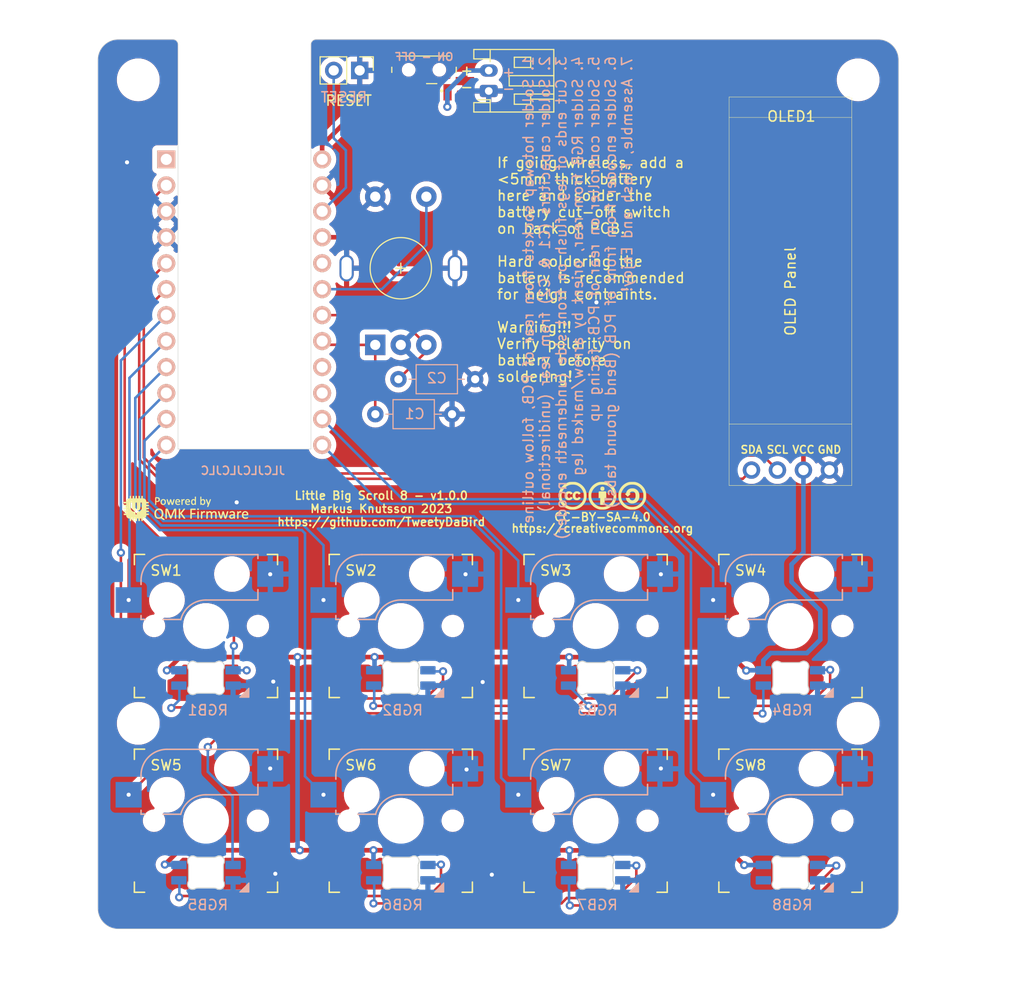
<source format=kicad_pcb>
(kicad_pcb (version 20221018) (generator pcbnew)
  (title_block (title "Little Big Scroll 8 - PCB") (date "2023-04-05") (rev "v1.0.0") (company "Tweety's Wild Thinking") (comment 1 "Markus Knutsson <markus.knutsson@tweety.se>") (comment 2 "https://github.com/TweetyDaBird") (comment 3 "Licensed under Creative Commons BY-SA 4.0 International "))
  (layers (0 "F.Cu" signal) (31 "B.Cu" signal) (34 "B.Paste" user) (35 "F.Paste" user) (36 "B.SilkS" user "B.Silkscreen") (37 "F.SilkS" user "F.Silkscreen") (38 "B.Mask" user) (39 "F.Mask" user) (44 "Edge.Cuts" user))
  (net 0 "")
  (net 1 "EncB")
  (net 2 "GND")
  (net 3 "VCC")
  (net 4 "EncA")
  (net 5 "RGB")
  (net 6 "Key1")
  (net 7 "Key2")
  (net 8 "Key3")
  (net 9 "Key4")
  (net 10 "Key5")
  (net 11 "Key6")
  (net 12 "EncKey")
  (net 17 "BAT+")
  (net 18 "Net-(RGB1-Pad2)")
  (net 19 "Net-(RGB2-Pad2)")
  (net 20 "Net-(RGB3-Pad2)")
  (net 21 "Net-(RGB5-Pad2)")
  (net 22 "Net-(RGB6-Pad2)")
  (net 24 "Net-(J1-Pad2)")
  (net 25 "Net-(RGB5-Pad4)")
  (net 26 "Net-(RGB7-Pad2)")
  (net 27 "SCL")
  (net 28 "SDA")
  (net 29 "Key7")
  (net 30 "Key8")
  (net 31 "BAT++")
  (footprint "Keyboard Controllers:ArduinoProMicro-BackSide" (layer "F.Cu") (at 94.96 71.48 -90)
    (fp_text reference "U1" hide)
    (fp_text value "ProMicro" hide)
  )
  (footprint "Keyboard Switches:SW_MX_HotSwap" (layer "F.Cu") (at 91.22 103.16)
    (fp_text reference "SW1")
    (fp_text value "SW_MX_HotSwap" hide)
  )
  (footprint "Keyboard Switches:SW_MX_HotSwap" (layer "F.Cu") (at 110.27 103.16)
    (fp_text reference "SW2")
    (fp_text value "SW_MX_HotSwap" hide)
  )
  (footprint "Keyboard Switches:SW_MX_HotSwap" (layer "F.Cu") (at 129.32 103.16)
    (fp_text reference "SW3")
    (fp_text value "SW_MX_HotSwap" hide)
  )
  (footprint "Keyboard Switches:SW_MX_HotSwap" (layer "F.Cu") (at 148.37 103.16)
    (fp_text reference "SW4")
    (fp_text value "SW_MX_HotSwap" hide)
  )
  (footprint "Keyboard Switches:SW_MX_HotSwap" (layer "F.Cu") (at 91.22 122.21)
    (fp_text reference "SW5")
    (fp_text value "SW_MX_HotSwap" hide)
  )
  (footprint "Keyboard Switches:SW_MX_HotSwap" (layer "F.Cu") (at 110.27 122.21)
    (fp_text reference "SW6")
    (fp_text value "SW_MX_HotSwap" hide)
  )
  (footprint "Keyboard Encoders:Encoder_Alps_EC11E_Small" (layer "F.Cu") (at 110.27 68.16 90)
    (fp_text reference "ENC1" hide)
    (fp_text value "Rotary_Encoder_Click" hide)
  )
  (footprint "Keyboard RGB:RGB_SK6812MINI-E" (layer "F.Cu") (at 91.22 103.16)
    (fp_text reference "RGB1")
    (fp_text value "SK6812MINI-E")
    (fp_line (start -1.699999 5.782841) (end -1.699999 4.377157) (stroke (width 0.1)) (layer "Edge.Cuts"))
    (fp_line (start -0.794452 3.58) (end 0.794453 3.58) (stroke (width 0.1)) (layer "Edge.Cuts"))
    (fp_line (start 0.794452 6.579999) (end -0.794452 6.579999) (stroke (width 0.1)) (layer "Edge.Cuts"))
    (fp_line (start 1.699999 4.377157) (end 1.699999 5.782841) (stroke (width 0.1)) (layer "Edge.Cuts"))
    (fp_arc (start -1.749484 4.160279) (mid -1.712527 4.265931) (end -1.699999 4.377157) (stroke (width 0.1)) (layer "Edge.Cuts"))
    (fp_arc (start -1.749484 4.160279) (mid -1.638071 3.575964) (end -1.046711 3.5117) (stroke (width 0.1)) (layer "Edge.Cuts"))
    (fp_arc (start -1.699999 5.782842) (mid -1.712527 5.894067) (end -1.749484 5.999719) (stroke (width 0.1)) (layer "Edge.Cuts"))
    (fp_arc (start -1.046711 6.648296) (mid -1.63807 6.584033) (end -1.749484 5.999719) (stroke (width 0.1)) (layer "Edge.Cuts"))
    (fp_arc (start -1.04671 6.648298) (mid -0.925122 6.597376) (end -0.794452 6.579999) (stroke (width 0.1)) (layer "Edge.Cuts"))
    (fp_arc (start -0.794453 3.579999) (mid -0.925123 3.562622) (end -1.046711 3.5117) (stroke (width 0.1)) (layer "Edge.Cuts"))
    (fp_arc (start 0.794452 6.579999) (mid 0.925123 6.597376) (end 1.046711 6.648298) (stroke (width 0.1)) (layer "Edge.Cuts"))
    (fp_arc (start 1.046711 3.511701) (mid 0.925123 3.562623) (end 0.794453 3.58) (stroke (width 0.1)) (layer "Edge.Cuts"))
    (fp_arc (start 1.046711 3.511701) (mid 1.638071 3.575964) (end 1.749484 4.160279) (stroke (width 0.1)) (layer "Edge.Cuts"))
    (fp_arc (start 1.699999 4.377156) (mid 1.712527 4.26593) (end 1.749484 4.160279) (stroke (width 0.1)) (layer "Edge.Cuts"))
    (fp_arc (start 1.749484 5.999718) (mid 1.638072 6.584034) (end 1.046711 6.648298) (stroke (width 0.1)) (layer "Edge.Cuts"))
    (fp_arc (start 1.749484 5.999719) (mid 1.712518 5.894069) (end 1.699999 5.782841) (stroke (width 0.1)) (layer "Edge.Cuts"))
  )
  (footprint "Keyboard RGB:RGB_SK6812MINI-E" (layer "F.Cu") (at 110.27 103.16)
    (fp_text reference "RGB2")
    (fp_text value "SK6812MINI-E")
    (fp_line (start -1.699999 5.782841) (end -1.699999 4.377157) (stroke (width 0.1)) (layer "Edge.Cuts"))
    (fp_line (start -0.794452 3.58) (end 0.794453 3.58) (stroke (width 0.1)) (layer "Edge.Cuts"))
    (fp_line (start 0.794452 6.579999) (end -0.794452 6.579999) (stroke (width 0.1)) (layer "Edge.Cuts"))
    (fp_line (start 1.699999 4.377157) (end 1.699999 5.782841) (stroke (width 0.1)) (layer "Edge.Cuts"))
    (fp_arc (start -1.749484 4.160279) (mid -1.712527 4.265931) (end -1.699999 4.377157) (stroke (width 0.1)) (layer "Edge.Cuts"))
    (fp_arc (start -1.749484 4.160279) (mid -1.638071 3.575964) (end -1.046711 3.5117) (stroke (width 0.1)) (layer "Edge.Cuts"))
    (fp_arc (start -1.699999 5.782842) (mid -1.712527 5.894067) (end -1.749484 5.999719) (stroke (width 0.1)) (layer "Edge.Cuts"))
    (fp_arc (start -1.046711 6.648296) (mid -1.63807 6.584033) (end -1.749484 5.999719) (stroke (width 0.1)) (layer "Edge.Cuts"))
    (fp_arc (start -1.04671 6.648298) (mid -0.925122 6.597376) (end -0.794452 6.579999) (stroke (width 0.1)) (layer "Edge.Cuts"))
    (fp_arc (start -0.794453 3.579999) (mid -0.925123 3.562622) (end -1.046711 3.5117) (stroke (width 0.1)) (layer "Edge.Cuts"))
    (fp_arc (start 0.794452 6.579999) (mid 0.925123 6.597376) (end 1.046711 6.648298) (stroke (width 0.1)) (layer "Edge.Cuts"))
    (fp_arc (start 1.046711 3.511701) (mid 0.925123 3.562623) (end 0.794453 3.58) (stroke (width 0.1)) (layer "Edge.Cuts"))
    (fp_arc (start 1.046711 3.511701) (mid 1.638071 3.575964) (end 1.749484 4.160279) (stroke (width 0.1)) (layer "Edge.Cuts"))
    (fp_arc (start 1.699999 4.377156) (mid 1.712527 4.26593) (end 1.749484 4.160279) (stroke (width 0.1)) (layer "Edge.Cuts"))
    (fp_arc (start 1.749484 5.999718) (mid 1.638072 6.584034) (end 1.046711 6.648298) (stroke (width 0.1)) (layer "Edge.Cuts"))
    (fp_arc (start 1.749484 5.999719) (mid 1.712518 5.894069) (end 1.699999 5.782841) (stroke (width 0.1)) (layer "Edge.Cuts"))
  )
  (footprint "Keyboard RGB:RGB_SK6812MINI-E" (layer "F.Cu") (at 129.32 103.16)
    (fp_text reference "RGB3")
    (fp_text value "SK6812MINI-E")
    (fp_line (start -1.699999 5.782841) (end -1.699999 4.377157) (stroke (width 0.1)) (layer "Edge.Cuts"))
    (fp_line (start -0.794452 3.58) (end 0.794453 3.58) (stroke (width 0.1)) (layer "Edge.Cuts"))
    (fp_line (start 0.794452 6.579999) (end -0.794452 6.579999) (stroke (width 0.1)) (layer "Edge.Cuts"))
    (fp_line (start 1.699999 4.377157) (end 1.699999 5.782841) (stroke (width 0.1)) (layer "Edge.Cuts"))
    (fp_arc (start -1.749484 4.160279) (mid -1.712527 4.265931) (end -1.699999 4.377157) (stroke (width 0.1)) (layer "Edge.Cuts"))
    (fp_arc (start -1.749484 4.160279) (mid -1.638071 3.575964) (end -1.046711 3.5117) (stroke (width 0.1)) (layer "Edge.Cuts"))
    (fp_arc (start -1.699999 5.782842) (mid -1.712527 5.894067) (end -1.749484 5.999719) (stroke (width 0.1)) (layer "Edge.Cuts"))
    (fp_arc (start -1.046711 6.648296) (mid -1.63807 6.584033) (end -1.749484 5.999719) (stroke (width 0.1)) (layer "Edge.Cuts"))
    (fp_arc (start -1.04671 6.648298) (mid -0.925122 6.597376) (end -0.794452 6.579999) (stroke (width 0.1)) (layer "Edge.Cuts"))
    (fp_arc (start -0.794453 3.579999) (mid -0.925123 3.562622) (end -1.046711 3.5117) (stroke (width 0.1)) (layer "Edge.Cuts"))
    (fp_arc (start 0.794452 6.579999) (mid 0.925123 6.597376) (end 1.046711 6.648298) (stroke (width 0.1)) (layer "Edge.Cuts"))
    (fp_arc (start 1.046711 3.511701) (mid 0.925123 3.562623) (end 0.794453 3.58) (stroke (width 0.1)) (layer "Edge.Cuts"))
    (fp_arc (start 1.046711 3.511701) (mid 1.638071 3.575964) (end 1.749484 4.160279) (stroke (width 0.1)) (layer "Edge.Cuts"))
    (fp_arc (start 1.699999 4.377156) (mid 1.712527 4.26593) (end 1.749484 4.160279) (stroke (width 0.1)) (layer "Edge.Cuts"))
    (fp_arc (start 1.749484 5.999718) (mid 1.638072 6.584034) (end 1.046711 6.648298) (stroke (width 0.1)) (layer "Edge.Cuts"))
    (fp_arc (start 1.749484 5.999719) (mid 1.712518 5.894069) (end 1.699999 5.782841) (stroke (width 0.1)) (layer "Edge.Cuts"))
  )
  (footprint "Keyboard RGB:RGB_SK6812MINI-E" (layer "F.Cu") (at 148.37 103.16)
    (fp_text reference "RGB4")
    (fp_text value "SK6812MINI-E")
    (fp_line (start -1.699999 5.782841) (end -1.699999 4.377157) (stroke (width 0.1)) (layer "Edge.Cuts"))
    (fp_line (start -0.794452 3.58) (end 0.794453 3.58) (stroke (width 0.1)) (layer "Edge.Cuts"))
    (fp_line (start 0.794452 6.579999) (end -0.794452 6.579999) (stroke (width 0.1)) (layer "Edge.Cuts"))
    (fp_line (start 1.699999 4.377157) (end 1.699999 5.782841) (stroke (width 0.1)) (layer "Edge.Cuts"))
    (fp_arc (start -1.749484 4.160279) (mid -1.712527 4.265931) (end -1.699999 4.377157) (stroke (width 0.1)) (layer "Edge.Cuts"))
    (fp_arc (start -1.749484 4.160279) (mid -1.638071 3.575964) (end -1.046711 3.5117) (stroke (width 0.1)) (layer "Edge.Cuts"))
    (fp_arc (start -1.699999 5.782842) (mid -1.712527 5.894067) (end -1.749484 5.999719) (stroke (width 0.1)) (layer "Edge.Cuts"))
    (fp_arc (start -1.046711 6.648296) (mid -1.63807 6.584033) (end -1.749484 5.999719) (stroke (width 0.1)) (layer "Edge.Cuts"))
    (fp_arc (start -1.04671 6.648298) (mid -0.925122 6.597376) (end -0.794452 6.579999) (stroke (width 0.1)) (layer "Edge.Cuts"))
    (fp_arc (start -0.794453 3.579999) (mid -0.925123 3.562622) (end -1.046711 3.5117) (stroke (width 0.1)) (layer "Edge.Cuts"))
    (fp_arc (start 0.794452 6.579999) (mid 0.925123 6.597376) (end 1.046711 6.648298) (stroke (width 0.1)) (layer "Edge.Cuts"))
    (fp_arc (start 1.046711 3.511701) (mid 0.925123 3.562623) (end 0.794453 3.58) (stroke (width 0.1)) (layer "Edge.Cuts"))
    (fp_arc (start 1.046711 3.511701) (mid 1.638071 3.575964) (end 1.749484 4.160279) (stroke (width 0.1)) (layer "Edge.Cuts"))
    (fp_arc (start 1.699999 4.377156) (mid 1.712527 4.26593) (end 1.749484 4.160279) (stroke (width 0.1)) (layer "Edge.Cuts"))
    (fp_arc (start 1.749484 5.999718) (mid 1.638072 6.584034) (end 1.046711 6.648298) (stroke (width 0.1)) (layer "Edge.Cuts"))
    (fp_arc (start 1.749484 5.999719) (mid 1.712518 5.894069) (end 1.699999 5.782841) (stroke (width 0.1)) (layer "Edge.Cuts"))
  )
  (footprint "Keyboard RGB:RGB_SK6812MINI-E" (layer "F.Cu") (at 91.22 122.21)
    (fp_text reference "RGB5")
    (fp_text value "SK6812MINI-E")
    (fp_line (start -1.699999 5.782841) (end -1.699999 4.377157) (stroke (width 0.1)) (layer "Edge.Cuts"))
    (fp_line (start -0.794452 3.58) (end 0.794453 3.58) (stroke (width 0.1)) (layer "Edge.Cuts"))
    (fp_line (start 0.794452 6.579999) (end -0.794452 6.579999) (stroke (width 0.1)) (layer "Edge.Cuts"))
    (fp_line (start 1.699999 4.377157) (end 1.699999 5.782841) (stroke (width 0.1)) (layer "Edge.Cuts"))
    (fp_arc (start -1.749484 4.160279) (mid -1.712527 4.265931) (end -1.699999 4.377157) (stroke (width 0.1)) (layer "Edge.Cuts"))
    (fp_arc (start -1.749484 4.160279) (mid -1.638071 3.575964) (end -1.046711 3.5117) (stroke (width 0.1)) (layer "Edge.Cuts"))
    (fp_arc (start -1.699999 5.782842) (mid -1.712527 5.894067) (end -1.749484 5.999719) (stroke (width 0.1)) (layer "Edge.Cuts"))
    (fp_arc (start -1.046711 6.648296) (mid -1.63807 6.584033) (end -1.749484 5.999719) (stroke (width 0.1)) (layer "Edge.Cuts"))
    (fp_arc (start -1.04671 6.648298) (mid -0.925122 6.597376) (end -0.794452 6.579999) (stroke (width 0.1)) (layer "Edge.Cuts"))
    (fp_arc (start -0.794453 3.579999) (mid -0.925123 3.562622) (end -1.046711 3.5117) (stroke (width 0.1)) (layer "Edge.Cuts"))
    (fp_arc (start 0.794452 6.579999) (mid 0.925123 6.597376) (end 1.046711 6.648298) (stroke (width 0.1)) (layer "Edge.Cuts"))
    (fp_arc (start 1.046711 3.511701) (mid 0.925123 3.562623) (end 0.794453 3.58) (stroke (width 0.1)) (layer "Edge.Cuts"))
    (fp_arc (start 1.046711 3.511701) (mid 1.638071 3.575964) (end 1.749484 4.160279) (stroke (width 0.1)) (layer "Edge.Cuts"))
    (fp_arc (start 1.699999 4.377156) (mid 1.712527 4.26593) (end 1.749484 4.160279) (stroke (width 0.1)) (layer "Edge.Cuts"))
    (fp_arc (start 1.749484 5.999718) (mid 1.638072 6.584034) (end 1.046711 6.648298) (stroke (width 0.1)) (layer "Edge.Cuts"))
    (fp_arc (start 1.749484 5.999719) (mid 1.712518 5.894069) (end 1.699999 5.782841) (stroke (width 0.1)) (layer "Edge.Cuts"))
  )
  (footprint "Keyboard RGB:RGB_SK6812MINI-E" (layer "F.Cu") (at 110.27 122.21)
    (fp_text reference "RGB6")
    (fp_text value "SK6812MINI-E")
    (fp_line (start -1.699999 5.782841) (end -1.699999 4.377157) (stroke (width 0.1)) (layer "Edge.Cuts"))
    (fp_line (start -0.794452 3.58) (end 0.794453 3.58) (stroke (width 0.1)) (layer "Edge.Cuts"))
    (fp_line (start 0.794452 6.579999) (end -0.794452 6.579999) (stroke (width 0.1)) (layer "Edge.Cuts"))
    (fp_line (start 1.699999 4.377157) (end 1.699999 5.782841) (stroke (width 0.1)) (layer "Edge.Cuts"))
    (fp_arc (start -1.749484 4.160279) (mid -1.712527 4.265931) (end -1.699999 4.377157) (stroke (width 0.1)) (layer "Edge.Cuts"))
    (fp_arc (start -1.749484 4.160279) (mid -1.638071 3.575964) (end -1.046711 3.5117) (stroke (width 0.1)) (layer "Edge.Cuts"))
    (fp_arc (start -1.699999 5.782842) (mid -1.712527 5.894067) (end -1.749484 5.999719) (stroke (width 0.1)) (layer "Edge.Cuts"))
    (fp_arc (start -1.046711 6.648296) (mid -1.63807 6.584033) (end -1.749484 5.999719) (stroke (width 0.1)) (layer "Edge.Cuts"))
    (fp_arc (start -1.04671 6.648298) (mid -0.925122 6.597376) (end -0.794452 6.579999) (stroke (width 0.1)) (layer "Edge.Cuts"))
    (fp_arc (start -0.794453 3.579999) (mid -0.925123 3.562622) (end -1.046711 3.5117) (stroke (width 0.1)) (layer "Edge.Cuts"))
    (fp_arc (start 0.794452 6.579999) (mid 0.925123 6.597376) (end 1.046711 6.648298) (stroke (width 0.1)) (layer "Edge.Cuts"))
    (fp_arc (start 1.046711 3.511701) (mid 0.925123 3.562623) (end 0.794453 3.58) (stroke (width 0.1)) (layer "Edge.Cuts"))
    (fp_arc (start 1.046711 3.511701) (mid 1.638071 3.575964) (end 1.749484 4.160279) (stroke (width 0.1)) (layer "Edge.Cuts"))
    (fp_arc (start 1.699999 4.377156) (mid 1.712527 4.26593) (end 1.749484 4.160279) (stroke (width 0.1)) (layer "Edge.Cuts"))
    (fp_arc (start 1.749484 5.999718) (mid 1.638072 6.584034) (end 1.046711 6.648298) (stroke (width 0.1)) (layer "Edge.Cuts"))
    (fp_arc (start 1.749484 5.999719) (mid 1.712518 5.894069) (end 1.699999 5.782841) (stroke (width 0.1)) (layer "Edge.Cuts"))
  )
  (footprint "Keyboard RGB:RGB_SK6812MINI-E" (layer "F.Cu") (at 148.37 122.21)
    (fp_text reference "RGB8")
    (fp_text value "SK6812MINI-E")
    (fp_line (start -1.699999 5.782841) (end -1.699999 4.377157) (stroke (width 0.1)) (layer "Edge.Cuts"))
    (fp_line (start -0.794452 3.58) (end 0.794453 3.58) (stroke (width 0.1)) (layer "Edge.Cuts"))
    (fp_line (start 0.794452 6.579999) (end -0.794452 6.579999) (stroke (width 0.1)) (layer "Edge.Cuts"))
    (fp_line (start 1.699999 4.377157) (end 1.699999 5.782841) (stroke (width 0.1)) (layer "Edge.Cuts"))
    (fp_arc (start -1.749484 4.160279) (mid -1.712527 4.265931) (end -1.699999 4.377157) (stroke (width 0.1)) (layer "Edge.Cuts"))
    (fp_arc (start -1.749484 4.160279) (mid -1.638071 3.575964) (end -1.046711 3.5117) (stroke (width 0.1)) (layer "Edge.Cuts"))
    (fp_arc (start -1.699999 5.782842) (mid -1.712527 5.894067) (end -1.749484 5.999719) (stroke (width 0.1)) (layer "Edge.Cuts"))
    (fp_arc (start -1.046711 6.648296) (mid -1.63807 6.584033) (end -1.749484 5.999719) (stroke (width 0.1)) (layer "Edge.Cuts"))
    (fp_arc (start -1.04671 6.648298) (mid -0.925122 6.597376) (end -0.794452 6.579999) (stroke (width 0.1)) (layer "Edge.Cuts"))
    (fp_arc (start -0.794453 3.579999) (mid -0.925123 3.562622) (end -1.046711 3.5117) (stroke (width 0.1)) (layer "Edge.Cuts"))
    (fp_arc (start 0.794452 6.579999) (mid 0.925123 6.597376) (end 1.046711 6.648298) (stroke (width 0.1)) (layer "Edge.Cuts"))
    (fp_arc (start 1.046711 3.511701) (mid 0.925123 3.562623) (end 0.794453 3.58) (stroke (width 0.1)) (layer "Edge.Cuts"))
    (fp_arc (start 1.046711 3.511701) (mid 1.638071 3.575964) (end 1.749484 4.160279) (stroke (width 0.1)) (layer "Edge.Cuts"))
    (fp_arc (start 1.699999 4.377156) (mid 1.712527 4.26593) (end 1.749484 4.160279) (stroke (width 0.1)) (layer "Edge.Cuts"))
    (fp_arc (start 1.749484 5.999718) (mid 1.638072 6.584034) (end 1.046711 6.648298) (stroke (width 0.1)) (layer "Edge.Cuts"))
    (fp_arc (start 1.749484 5.999719) (mid 1.712518 5.894069) (end 1.699999 5.782841) (stroke (width 0.1)) (layer "Edge.Cuts"))
  )
  (footprint "Keyboard RGB:RGB_SK6812MINI-E" (layer "F.Cu") (at 129.32 122.21)
    (fp_text reference "RGB7")
    (fp_text value "SK6812MINI-E")
    (fp_line (start -1.699999 5.782841) (end -1.699999 4.377157) (stroke (width 0.1)) (layer "Edge.Cuts"))
    (fp_line (start -0.794452 3.58) (end 0.794453 3.58) (stroke (width 0.1)) (layer "Edge.Cuts"))
    (fp_line (start 0.794452 6.579999) (end -0.794452 6.579999) (stroke (width 0.1)) (layer "Edge.Cuts"))
    (fp_line (start 1.699999 4.377157) (end 1.699999 5.782841) (stroke (width 0.1)) (layer "Edge.Cuts"))
    (fp_arc (start -1.749484 4.160279) (mid -1.712527 4.265931) (end -1.699999 4.377157) (stroke (width 0.1)) (layer "Edge.Cuts"))
    (fp_arc (start -1.749484 4.160279) (mid -1.638071 3.575964) (end -1.046711 3.5117) (stroke (width 0.1)) (layer "Edge.Cuts"))
    (fp_arc (start -1.699999 5.782842) (mid -1.712527 5.894067) (end -1.749484 5.999719) (stroke (width 0.1)) (layer "Edge.Cuts"))
    (fp_arc (start -1.046711 6.648296) (mid -1.63807 6.584033) (end -1.749484 5.999719) (stroke (width 0.1)) (layer "Edge.Cuts"))
    (fp_arc (start -1.04671 6.648298) (mid -0.925122 6.597376) (end -0.794452 6.579999) (stroke (width 0.1)) (layer "Edge.Cuts"))
    (fp_arc (start -0.794453 3.579999) (mid -0.925123 3.562622) (end -1.046711 3.5117) (stroke (width 0.1)) (layer "Edge.Cuts"))
    (fp_arc (start 0.794452 6.579999) (mid 0.925123 6.597376) (end 1.046711 6.648298) (stroke (width 0.1)) (layer "Edge.Cuts"))
    (fp_arc (start 1.046711 3.511701) (mid 0.925123 3.562623) (end 0.794453 3.58) (stroke (width 0.1)) (layer "Edge.Cuts"))
    (fp_arc (start 1.046711 3.511701) (mid 1.638071 3.575964) (end 1.749484 4.160279) (stroke (width 0.1)) (layer "Edge.Cuts"))
    (fp_arc (start 1.699999 4.377156) (mid 1.712527 4.26593) (end 1.749484 4.160279) (stroke (width 0.1)) (layer "Edge.Cuts"))
    (fp_arc (start 1.749484 5.999718) (mid 1.638072 6.584034) (end 1.046711 6.648298) (stroke (width 0.1)) (layer "Edge.Cuts"))
    (fp_arc (start 1.749484 5.999719) (mid 1.712518 5.894069) (end 1.699999 5.782841) (stroke (width 0.1)) (layer "Edge.Cuts"))
  )
  (footprint "Keyboard Common:Spacer PCB hole" (layer "F.Cu") (at 84.6 112.685)
    (fp_text reference "H1" hide)
    (fp_text value "Spacer_PCB" hide)
  )
  (footprint "Keyboard Common:Spacer PCB hole" (layer "F.Cu") (at 154.99 112.685)
    (fp_text reference "H2" hide)
    (fp_text value "Spacer_PCB" hide)
  )
  (footprint "Keyboard Common:Spacer PCB hole" (layer "F.Cu") (at 154.99 49.73)
    (fp_text reference "H3" hide)
    (fp_text value "Spacer_PCB" hide)
  )
  (footprint "Keyboard Common:Spacer PCB hole" (layer "F.Cu") (at 84.6 49.73)
    (fp_text reference "H4" hide)
    (fp_text value "Spacer_PCB" hide)
  )
  (footprint "Keyboard Switches:SW_MX_HotSwap" (layer "F.Cu") (at 129.32 122.21)
    (fp_text reference "SW7")
    (fp_text value "SW_MX_HotSwap" hide)
  )
  (footprint "Keyboard Common:SSD1306-0.91-OLED-4pin-128x32" (layer "F.Cu") (at 148.37 69.41 -90)
    (fp_text reference "OLED1")
    (fp_text value "OLED_4pin")
  )
  (footprint "Connector_PinHeader_2.54mm:PinHeader_1x02_P2.54mm_Vertical" (layer "F.Cu") (at 106.25 48.81 -90)
    (fp_text reference "J1" hide)
    (fp_text value "Conn_01x02")
  )
  (footprint "Connector_JST:JST_PH_S2B-PH-K_1x02_P2.00mm_Horizontal" (layer "F.Cu") (at 118.87 50.82 90)
    (fp_text reference "J2" hide)
    (fp_text value "Conn_01x02")
  )
  (footprint "Logotypes:Powered_by_QMK" (layer "F.Cu") (at 89.29 91.65)
    (fp_text reference "Logo2" hide)
    (fp_text value "QMK_Logo" hide)
  )
  (footprint "Keyboard Common:MSK12C02" (layer "F.Cu") (at 112.54 48.75 180)
    (fp_text reference "SW9" hide)
    (fp_text value "MSK12C02" hide)
  )
  (footprint "Logotypes:CC_BY_SA_40" (layer "F.Cu") (at 130.026958 91.345945)
    (fp_text reference "Logo1" hide)
    (fp_text value "CC-BY-SA-4.0")
  )
  (footprint "Keyboard Switches:SW_MX_HotSwap" (layer "F.Cu") (at 148.37 122.21)
    (fp_text reference "SW8")
    (fp_text value "SW_MX_HotSwap" hide)
  )
  (footprint "Capacitor_THT:C_Axial_L3.8mm_D2.6mm_P7.50mm_Horizontal" (layer "B.Cu") (at 117.54 79.02 180)
    (fp_text reference "C2")
    (fp_text value "C_Small")
  )
  (footprint "Capacitor_THT:C_Axial_L3.8mm_D2.6mm_P7.50mm_Horizontal" (layer "B.Cu") (at 107.78 82.44)
    (fp_text reference "C1")
    (fp_text value "C_Small")
  )
  (gr_arc (start 80.65 47.780399) (mid 81.235903 46.365903) (end 82.650399 45.78) (stroke (width 0.05)) (layer "Edge.Cuts"))
  (gr_arc (start 82.650399 132.790399) (mid 81.235903 132.204496) (end 80.65 130.79) (stroke (width 0.05)) (layer "Edge.Cuts"))
  (gr_arc (start 156.94 45.78) (mid 158.354496 46.365903) (end 158.940399 47.780399) (stroke (width 0.05)) (layer "Edge.Cuts"))
  (gr_line (start 101.485 85.85) (end 101.485 46.28) (stroke (width 0.05)) (layer "Edge.Cuts"))
  (gr_line (start 158.940399 47.780399) (end 158.94 130.789601) (stroke (width 0.05)) (layer "Edge.Cuts"))
  (gr_line (start 101.985 45.78) (end 156.94 45.78) (stroke (width 0.05)) (layer "Edge.Cuts"))
  (gr_line (start 80.65 130.79) (end 80.65 47.780399) (stroke (width 0.05)) (layer "Edge.Cuts"))
  (gr_arc (start 158.94 130.789601) (mid 158.354096 132.204096) (end 156.939601 132.79) (stroke (width 0.05)) (layer "Edge.Cuts"))
  (gr_arc (start 87.985 45.78) (mid 88.338553 45.926447) (end 88.485 46.28) (stroke (width 0.05)) (layer "Edge.Cuts"))
  (gr_arc (start 101.485 46.28) (mid 101.631447 45.926447) (end 101.985 45.78) (stroke (width 0.05)) (layer "Edge.Cuts"))
  (gr_line (start 88.485 46.28) (end 88.485 85.85) (stroke (width 0.05)) (layer "Edge.Cuts"))
  (gr_line (start 88.485 85.85) (end 101.485 85.85) (stroke (width 0.05)) (layer "Edge.Cuts"))
  (gr_line (start 82.650399 45.78) (end 87.985 45.78) (stroke (width 0.05)) (layer "Edge.Cuts"))
  (gr_line (start 156.939601 132.79) (end 82.650399 132.790399) (stroke (width 0.05)) (layer "Edge.Cuts"))
  (gr_text "RESET" (at 104.71 51.44) (layer "B.SilkS") (effects (font (size 1 1)) (justify mirror)))
  (gr_text "+\n-" (at 120.82 49.77) (layer "B.SilkS") (effects (font (size 1 1)) (justify mirror)))
  (gr_text "1. Solder hotswap sockets from rear of PCB, follow outline\n2. Solder capacitors (C1 & C2) from rear (unidirectional)\n3. Cut ends of legs flush on front side (underneath encoder)\n4. Solder RGB from rear, orient by arrow/marked leg \n5. Solder controller on rear of PCB, facing up\n6. Solder encoder from front of PCB (Bend ground tabs!)\n7. Assemble, Flash and Enjoy!" (at 127.57 47.33 90) (layer "B.SilkS") (effects (font (size 1 1)) (justify left mirror)))
  (gr_text "JLCJLCJLCJLC" (at 94.83 87.96) (layer "B.SilkS") (effects (font (size 0.8 0.8)) (justify mirror)))
  (gr_text "If going wireless, add a \n<5mm thick battery\nhere and solder the \nbattery cut-off switch\non back of PCB. \n\nHard soldering the\nbattery is recommended\nfor heigh contraints.\n\nWarning!!!\nVerify polarity on \nbattery before \nsoldering!" (at 119.59 68.3) (layer "F.SilkS") (effects (font (size 1 1)) (justify left)))
  (gr_text "RESET" (at 105.18 51.76) (layer "F.SilkS") (effects (font (size 1 1))))
  (gr_text "Little Big Scroll 8 - v1.0.0\nMarkus Knutsson 2023\nhttps://github.com/TweetyDaBird" (at 108.361388 91.69) (layer "F.SilkS") (effects (font (size 0.8 0.8))))
  (gr_text "+\n-" (at 116.72 49.61) (layer "F.SilkS") (effects (font (size 1 1))))
  (segment (start 109.86 72.75) (end 112.77 75.66) (width 0.25) (layer "F.Cu") (net 1))
  (segment (start 112.77 75.66) (end 112.77 76.29) (width 0.25) (layer "F.Cu") (net 1))
  (segment (start 112.77 76.29) (end 110.04 79.02) (width 0.25) (layer "F.Cu") (net 1))
  (segment (start 102.58 72.75) (end 109.86 72.75) (width 0.25) (layer "F.Cu") (net 1))
  (via (at 98 127.4) (size 0.8) (drill 0.4) (layers "F.Cu" "B.Cu") (net 2))
  (via (at 94.222901 91.0645) (size 0.8) (drill 0.4) (layers "F.Cu" "B.Cu") (net 2))
  (via (at 118.2755 108.643082) (size 0.8) (drill 0.4) (layers "F.Cu" "B.Cu") (net 2))
  (via (at 129.4 71.5) (size 0.8) (drill 0.4) (layers "F.Cu" "B.Cu") (net 2))
  (via (at 116.6 98.1) (size 0.8) (drill 0.4) (layers "F.Cu" "B.Cu") (net 2))
  (via (at 97.5 117.1) (size 0.8) (drill 0.4) (layers "F.Cu" "B.Cu") (net 2))
  (via (at 116.7 117.2) (size 0.8) (drill 0.4) (layers "F.Cu" "B.Cu") (net 2))
  (via (at 135.7 98.1) (size 0.8) (drill 0.4) (layers "F.Cu" "B.Cu") (net 2))
  (via (at 97.5 98.1) (size 0.8) (drill 0.4) (layers "F.Cu" "B.Cu") (net 2))
  (via (at 97.8 108.6) (size 0.8) (drill 0.4) (layers "F.Cu" "B.Cu") (net 2))
  (via (at 119.17 127.49) (size 0.8) (drill 0.4) (layers "F.Cu" "B.Cu") (net 2))
  (via (at 135.7 117.1) (size 0.8) (drill 0.4) (layers "F.Cu" "B.Cu") (net 2))
  (via (at 83.5 57.8) (size 0.8) (drill 0.4) (layers "F.Cu" "B.Cu") (net 2))
  (segment (start 145.16 79.42) (end 149.64 83.9) (width 0.45) (layer "F.Cu") (net 3))
  (segment (start 142.41 125.11) (end 143.85 126.55) (width 0.45) (layer "F.Cu") (net 3))
  (segment (start 149.64 83.9) (end 149.64 87.91) (width 0.45) (layer "F.Cu") (net 3))
  (segment (start 126.73 106.21) (end 142.74 106.21) (width 0.45) (layer "F.Cu") (net 3))
  (segment (start 100.4 125.1) (end 107.6 125.1) (width 0.45) (layer "F.Cu") (net 3))
  (segment (start 126.72 106.2) (end 126.73 106.21) (width 0.45) (layer "F.Cu") (net 3))
  (segment (start 100.175297 106.2) (end 100.1755 106.200203) (width 0.45) (layer "F.Cu") (net 3))
  (segment (start 126.76 125.11) (end 142.41 125.11) (width 0.45) (layer "F.Cu") (net 3))
  (segment (start 87.4 107.5) (end 88.7 106.2) (width 0.45) (layer "F.Cu") (net 3))
  (segment (start 107.7 106.2) (end 100.175703 106.2) (width 0.45) (layer "F.Cu") (net 3))
  (segment (start 106.07 65.13) (end 109.65 68.71) (width 0.45) (layer "F.Cu") (net 3))
  (segment (start 88.7 106.2) (end 100.175297 106.2) (width 0.45) (layer "F.Cu") (net 3))
  (segment (start 107.6 125.1) (end 126.75 125.1) (width 0.45) (layer "F.Cu") (net 3))
  (segment (start 102.58 65.13) (end 106.07 65.13) (width 0.45) (layer "F.Cu") (net 3))
  (segment (start 142.74 106.21) (end 144.05 107.52) (width 0.45) (layer "F.Cu") (net 3))
  (segment (start 112.85 68.71) (end 123.56 79.42) (width 0.45) (layer "F.Cu") (net 3))
  (segment (start 107.7 106.2) (end 126.72 106.2) (width 0.45) (layer "F.Cu") (net 3))
  (segment (start 88.6 125.1) (end 87.2 126.5) (width 0.45) (layer "F.Cu") (net 3))
  (segment (start 100.175703 106.2) (end 100.1755 106.200203) (width 0.45) (layer "F.Cu") (net 3))
  (segment (start 100.4 125.1) (end 88.6 125.1) (width 0.45) (layer "F.Cu") (net 3))
  (segment (start 109.65 68.71) (end 112.85 68.71) (width 0.45) (layer "F.Cu") (net 3))
  (segment (start 126.75 125.1) (end 126.76 125.11) (width 0.45) (layer "F.Cu") (net 3))
  (segment (start 123.56 79.42) (end 145.16 79.42) (width 0.45) (layer "F.Cu") (net 3))
  (via (at 100.1755 106.200203) (size 0.8) (drill 0.4) (layers "F.Cu" "B.Cu") (net 3))
  (via (at 107.7 106.2) (size 0.8) (drill 0.4) (layers "F.Cu" "B.Cu") (net 3))
  (via (at 107.6 125.1) (size 0.8) (drill 0.4) (layers "F.Cu" "B.Cu") (net 3))
  (via (at 144.05 107.52) (size 0.8) (drill 0.4) (layers "F.Cu" "B.Cu") (net 3))
  (via (at 126.73 106.21) (size 0.8) (drill 0.4) (layers "F.Cu" "B.Cu") (net 3))
  (via (at 143.85 126.55) (size 0.8) (drill 0.4) (layers "F.Cu" "B.Cu") (net 3))
  (via (at 87.4 107.5) (size 0.8) (drill 0.4) (layers "F.Cu" "B.Cu") (net 3))
  (via (at 87.2 126.5) (size 0.8) (drill 0.4) (layers "F.Cu" "B.Cu") (net 3))
  (via (at 100.4 125.1) (size 0.8) (drill 0.4) (layers "F.Cu" "B.Cu") (net 3))
  (via (at 126.76 125.11) (size 0.8) (drill 0.4) (layers "F.Cu" "B.Cu") (net 3))
  (segment (start 145.72 106.53) (end 145.72 107.489999) (width 0.45) (layer "B.Cu") (net 3))
  (segment (start 100.4 125.1) (end 100.1755 124.8755) (width 0.45) (layer "B.Cu") (net 3))
  (segment (start 146.44 105.81) (end 145.72 106.53) (width 0.45) (layer "B.Cu") (net 3))
  (segment (start 126.76 126.499999) (end 126.76 125.11) (width 0.45) (layer "B.Cu") (net 3))
  (segment (start 148.48 98.85) (end 151.29 101.66) (width 0.45) (layer "B.Cu") (net 3))
  (segment (start 149.64 95.97) (end 148.48 97.13) (width 0.45) (layer "B.Cu") (net 3))
  (segment (start 145.709999 126.55) (end 145.72 126.539999) (width 0.45) (layer "B.Cu") (net 3))
  (segment (start 148.48 97.13) (end 148.48 98.85) (width 0.45) (layer "B.Cu") (net 3))
  (segment (start 87.410001 107.489999) (end 87.4 107.5) (width 0.45) (layer "B.Cu") (net 3))
  (segment (start 87.2 126.5) (end 88.580001 126.5) (width 0.45) (layer "B.Cu") (net 3))
  (segment (start 107.7 106.2) (end 107.7 107.459999) (width 0.45) (layer "B.Cu") (net 3))
  (segment (start 126.72 126.539999) (end 126.76 126.499999) (width 0.45) (layer "B.Cu") (net 3))
  (segment (start 149.64 87.91) (end 149.64 95.97) (width 0.45) (layer "B.Cu") (net 3))
  (segment (start 144.080001 107.489999) (end 144.05 107.52) (width 0.45) (layer "B.Cu") (net 3))
  (segment (start 149.98 105.81) (end 146.44 105.81) (width 0.45) (layer "B.Cu") (net 3))
  (segment (start 151.29 101.66) (end 151.29 104.5) (width 0.45) (layer "B.Cu") (net 3))
  (segment (start 126.73 107.479999) (end 126.73 106.21) (width 0.45) (layer "B.Cu") (net 3))
  (segment (start 143.85 126.55) (end 145.709999 126.55) (width 0.45) (layer "B.Cu") (net 3))
  (segment (start 126.72 107.489999) (end 126.73 107.479999) (width 0.45) (layer "B.Cu") (net 3))
  (segment (start 145.72 107.489999) (end 144.080001 107.489999) (width 0.45) (layer "B.Cu") (net 3))
  (segment (start 100.1755 124.8755) (end 100.1755 106.200203) (width 0.45) (layer "B.Cu") (net 3))
  (segment (start 151.29 104.5) (end 149.98 105.81) (width 0.45) (layer "B.Cu") (net 3))
  (segment (start 107.6 125.1) (end 107.6 126.469999) (width 0.45) (layer "B.Cu") (net 3))
  (segment (start 88.62 107.489999) (end 87.410001 107.489999) (width 0.45) (layer "B.Cu") (net 3))
  (segment (start 105.57 75.65) (end 102.94 75.65) (width 0.25) (layer "F.Cu") (net 4))
  (segment (start 107.77 82.43) (end 107.78 82.44) (width 0.25) (layer "F.Cu") (net 4))
  (segment (start 107.77 75.66) (end 105.58 75.66) (width 0.25) (layer "F.Cu") (net 4))
  (segment (start 107.77 75.66) (end 107.77 82.43) (width 0.25) (layer "F.Cu") (net 4))
  (segment (start 105.58 75.66) (end 105.57 75.65) (width 0.25) (layer "F.Cu") (net 4))
  (segment (start 83.27 91.16) (end 93.95 101.84) (width 0.25) (layer "F.Cu") (net 5))
  (segment (start 87.34 60.05) (end 83.27 64.12) (width 0.25) (layer "F.Cu") (net 5))
  (segment (start 93.95 101.84) (end 93.95 105.1) (width 0.25) (layer "F.Cu") (net 5))
  (segment (start 83.27 64.12) (end 83.27 91.16) (width 0.25) (layer "F.Cu") (net 5))
  (via (at 93.95 105.1) (size 0.8) (drill 0.4) (layers "F.Cu" "B.Cu") (net 5))
  (via (at 95.2 107.5) (size 0.8) (drill 0.4) (layers "F.Cu" "B.Cu") (net 5))
  (segment (start 93.82 107.489999) (end 95.189999 107.489999) (width 0.25) (layer "B.Cu") (net 5))
  (segment (start 93.87 105.18) (end 93.95 105.1) (width 0.25) (layer "B.Cu") (net 5))
  (segment (start 93.87 107.489999) (end 93.87 105.18) (width 0.25) (layer "B.Cu") (net 5))
  (segment (start 95.189999 107.489999) (end 95.2 107.5) (width 0.25) (layer "B.Cu") (net 5))
  (via (at 83.66 100.62) (size 0.8) (drill 0.4) (layers "F.Cu" "B.Cu") (net 6))
  (segment (start 83.739002 78.890998) (end 83.739002 100.540998) (width 0.25) (layer "B.Cu") (net 6))
  (segment (start 83.739002 100.540998) (end 83.66 100.62) (width 0.25) (layer "B.Cu") (net 6))
  (segment (start 87.34 75.29) (end 83.739002 78.890998) (width 0.25) (layer "B.Cu") (net 6))
  (via (at 102.71 100.62) (size 0.8) (drill 0.4) (layers "F.Cu" "B.Cu") (net 7))
  (segment (start 86.857622 93.329002) (end 100.774692 93.329002) (width 0.25) (layer "B.Cu") (net 7))
  (segment (start 84.758004 91.229384) (end 86.857622 93.329002) (width 0.25) (layer "B.Cu") (net 7))
  (segment (start 102.71 95.26431) (end 102.71 100.62) (width 0.25) (layer "B.Cu") (net 7))
  (segment (start 84.758004 82.951996) (end 84.758004 91.229384) (width 0.25) (layer "B.Cu") (net 7))
  (segment (start 87.34 80.37) (end 84.758004 82.951996) (width 0.25) (layer "B.Cu") (net 7))
  (segment (start 100.774692 93.329002) (end 102.71 95.26431) (width 0.25) (layer "B.Cu") (net 7))
  (via (at 121.76 100.62) (size 0.8) (drill 0.4) (layers "F.Cu" "B.Cu") (net 8))
  (segment (start 121.76 96.77431) (end 117.41569 92.43) (width 0.25) (layer "B.Cu") (net 8))
  (segment (start 85.657006 87.132994) (end 87.34 85.45) (width 0.25) (layer "B.Cu") (net 8))
  (segment (start 85.657006 90.857006) (end 85.657006 87.132994) (width 0.25) (layer "B.Cu") (net 8))
  (segment (start 117.41569 92.43) (end 87.23 92.43) (width 0.25) (layer "B.Cu") (net 8))
  (segment (start 87.23 92.43) (end 85.657006 90.857006) (width 0.25) (layer "B.Cu") (net 8))
  (segment (start 121.76 100.62) (end 121.76 96.77431) (width 0.25) (layer "B.Cu") (net 8))
  (via (at 140.81 100.62) (size 0.8) (drill 0.4) (layers "F.Cu" "B.Cu") (net 9))
  (segment (start 110.43 90.76) (end 134.11 90.76) (width 0.25) (layer "B.Cu") (net 9))
  (segment (start 140.81 97.46) (end 140.81 100.62) (width 0.25) (layer "B.Cu") (net 9))
  (segment (start 134.11 90.76) (end 140.81 97.46) (width 0.25) (layer "B.Cu") (net 9))
  (segment (start 102.58 82.91) (end 110.43 90.76) (width 0.25) (layer "B.Cu") (net 9))
  (segment (start 86.825001 108.616749) (end 82.9 104.691748) (width 0.25) (layer "F.Cu") (net 10))
  (segment (start 82.9 104.691748) (end 82.9 95.99) (width 0.25) (layer "F.Cu") (net 10))
  (segment (start 86.825001 116.504999) (end 86.825001 108.616749) (width 0.25) (layer "F.Cu") (net 10))
  (segment (start 83.66 119.67) (end 86.825001 116.504999) (width 0.25) (layer "F.Cu") (net 10))
  (via (at 83.66 119.67) (size 0.8) (drill 0.4) (layers "F.Cu" "B.Cu") (net 10))
  (via (at 82.9 95.99) (size 0.8) (drill 0.4) (layers "F.Cu" "B.Cu") (net 10))
  (segment (start 87.34 72.75) (end 82.9 77.19) (width 0.25) (layer "B.Cu") (net 10))
  (segment (start 82.9 77.19) (end 82.9 95.99) (width 0.25) (layer "B.Cu") (net 10))
  (via (at 102.71 119.67) (size 0.8) (drill 0.4) (layers "F.Cu" "B.Cu") (net 11))
  (segment (start 84.308503 80.861497) (end 84.308503 91.415573) (width 0.25) (layer "B.Cu") (net 11))
  (segment (start 87.34 77.83) (end 84.308503 80.861497) (width 0.25) (layer "B.Cu") (net 11))
  (segment (start 100.588503 93.778503) (end 100.9 94.09) (width 0.25) (layer "B.Cu") (net 11))
  (segment (start 84.308503 91.415573) (end 86.671433 93.778503) (width 0.25) (layer "B.Cu") (net 11))
  (segment (start 100.9 117.86) (end 102.71 119.67) (width 0.25) (layer "B.Cu") (net 11))
  (segment (start 86.671433 93.778503) (end 100.588503 93.778503) (width 0.25) (layer "B.Cu") (net 11))
  (segment (start 100.9 94.09) (end 100.9 117.86) (width 0.25) (layer "B.Cu") (net 11))
  (segment (start 112.77 65.86) (end 112.77 61.16) (width 0.25) (layer "B.Cu") (net 12))
  (segment (start 102.58 70.21) (end 108.42 70.21) (width 0.25) (layer "B.Cu") (net 12))
  (segment (start 108.42 70.21) (end 112.77 65.86) (width 0.25) (layer "B.Cu") (net 12))
  (segment (start 111.84 52.06) (end 111.84 50.95) (width 0.45) (layer "F.Cu") (net 17))
  (segment (start 105.4 53.3) (end 110.6 53.3) (width 0.45) (layer "F.Cu") (net 17))
  (segment (start 110.6 53.3) (end 111.84 52.06) (width 0.45) (layer "F.Cu") (net 17))
  (segment (start 102.58 57.51) (end 102.58 56.12) (width 0.45) (layer "F.Cu") (net 17))
  (segment (start 102.58 56.12) (end 105.4 53.3) (width 0.45) (layer "F.Cu") (net 17))
  (segment (start 94.984705 110.250999) (end 94.111204 111.1245) (width 0.25) (layer "F.Cu") (net 18))
  (segment (start 87.890314 111.1245) (end 87.830315 111.184499) (width 0.25) (layer "F.Cu") (net 18))
  (segment (start 114.4 108.53) (end 112.679001 110.250999) (width 0.25) (layer "F.Cu") (net 18))
  (segment (start 114.4 107.6) (end 114.4 108.53) (width 0.25) (layer "F.Cu") (net 18))
  (segment (start 112.679001 110.250999) (end 94.984705 110.250999) (width 0.25) (layer "F.Cu") (net 18))
  (segment (start 94.111204 111.1245) (end 87.890314 111.1245) (width 0.25) (layer "F.Cu") (net 18))
  (via (at 114.4 107.6) (size 0.8) (drill 0.4) (layers "F.Cu" "B.Cu") (net 18))
  (via (at 87.830315 111.184499) (size 0.8) (drill 0.4) (layers "F.Cu" "B.Cu") (net 18))
  (segment (start 114.4 107.6) (end 112.980001 107.6) (width 0.25) (layer "B.Cu") (net 18))
  (segment (start 88.62 110.394814) (end 87.830315 111.184499) (width 0.25) (layer "B.Cu") (net 18))
  (segment (start 88.62 108.989999) (end 88.62 110.394814) (width 0.25) (layer "B.Cu") (net 18))
  (segment (start 128.932974 110.251112) (end 128.932862 110.251) (width 0.25) (layer "F.Cu") (net 19))
  (segment (start 127.908264 110.675514) (end 127.608278 110.9755) (width 0.25) (layer "F.Cu") (net 19))
  (segment (start 133.4 107.5) (end 130.648888 110.251112) (width 0.25) (layer "F.Cu") (net 19))
  (segment (start 127.608278 110.9755) (end 107.573179 110.9755) (width 0.25) (layer "F.Cu") (net 19))
  (segment (start 127.908264 110.675402) (end 127.908264 110.675514) (width 0.25) (layer "F.Cu") (net 19))
  (segment (start 128.932862 110.251) (end 128.332666 110.251) (width 0.25) (layer "F.Cu") (net 19))
  (segment (start 130.648888 110.251112) (end 128.932974 110.251112) (width 0.25) (layer "F.Cu") (net 19))
  (segment (start 128.332666 110.251) (end 127.908264 110.675402) (width 0.25) (layer "F.Cu") (net 19))
  (via (at 107.573179 110.9755) (size 0.8) (drill 0.4) (layers "F.Cu" "B.Cu") (net 19))
  (via (at 133.4 107.5) (size 0.8) (drill 0.4) (layers "F.Cu" "B.Cu") (net 19))
  (segment (start 107.67 108.989999) (end 107.67 110.878679) (width 0.25) (layer "B.Cu") (net 19))
  (segment (start 107.67 110.878679) (end 107.573179 110.9755) (width 0.25) (layer "B.Cu") (net 19))
  (segment (start 133.4 107.5) (end 131.930001 107.5) (width 0.25) (layer "B.Cu") (net 19))
  (segment (start 152.25 107.45) (end 152.25 108.780858) (width 0.25) (layer "F.Cu") (net 20))
  (segment (start 150.055246 110.975612) (end 128.632876 110.975612) (width 0.25) (layer "F.Cu") (net 20))
  (segment (start 128.632876 110.975612) (end 128.632764 110.9755) (width 0.25) (layer "F.Cu") (net 20))
  (segment (start 152.25 108.780858) (end 150.055246 110.975612) (width 0.25) (layer "F.Cu") (net 20))
  (via (at 152.25 107.45) (size 0.8) (drill 0.4) (layers "F.Cu" "B.Cu") (net 20))
  (via (at 128.632764 110.9755) (size 0.8) (drill 0.4) (layers "F.Cu" "B.Cu") (net 20))
  (segment (start 152.25 107.45) (end 151.059999 107.45) (width 0.25) (layer "B.Cu") (net 20))
  (segment (start 128.632764 110.952763) (end 128.632764 110.9755) (width 0.25) (layer "B.Cu") (net 20))
  (segment (start 151.059999 107.45) (end 151.02 107.489999) (width 0.25) (layer "B.Cu") (net 20))
  (segment (start 126.67 108.989999) (end 128.632764 110.952763) (width 0.25) (layer "B.Cu") (net 20))
  (segment (start 114.2 128.4) (end 114.2 126.5) (width 0.25) (layer "F.Cu") (net 21))
  (segment (start 88.724501 129.575499) (end 113.024501 129.575499) (width 0.25) (layer "F.Cu") (net 21))
  (segment (start 88.6 129.7) (end 88.724501 129.575499) (width 0.25) (layer "F.Cu") (net 21))
  (segment (start 113.024501 129.575499) (end 114.2 128.4) (width 0.25) (layer "F.Cu") (net 21))
  (via (at 88.6 129.7) (size 0.8) (drill 0.4) (layers "F.Cu" "B.Cu") (net 21))
  (via (at 114.2 126.5) (size 0.8) (drill 0.4) (layers "F.Cu" "B.Cu") (net 21))
  (segment (start 114.2 126.5) (end 112.909999 126.5) (width 0.25) (layer "B.Cu") (net 21))
  (segment (start 88.62 129.68) (end 88.6 129.7) (width 0.25) (layer "B.Cu") (net 21))
  (segment (start 88.62 128.039999) (end 88.62 129.68) (width 0.25) (layer "B.Cu") (net 21))
  (segment (start 107.6 130.3) (end 125.9754 130.3) (width 0.25) (layer "F.Cu") (net 22))
  (segment (start 131.274501 129.775499) (end 133.3 127.75) (width 0.25) (layer "F.Cu") (net 22))
  (segment (start 126.499901 129.775499) (end 131.274501 129.775499) (width 0.25) (layer "F.Cu") (net 22))
  (segment (start 125.9754 130.3) (end 126.499901 129.775499) (width 0.25) (layer "F.Cu") (net 22))
  (segment (start 133.3 127.75) (end 133.3 126.6) (width 0.25) (layer "F.Cu") (net 22))
  (via (at 133.3 126.6) (size 0.8) (drill 0.4) (layers "F.Cu" "B.Cu") (net 22))
  (via (at 107.6 130.3) (size 0.8) (drill 0.4) (layers "F.Cu" "B.Cu") (net 22))
  (segment (start 107.67 128.039999) (end 107.67 130.23) (width 0.25) (layer "B.Cu") (net 22))
  (segment (start 107.67 130.23) (end 107.6 130.3) (width 0.25) (layer "B.Cu") (net 22))
  (segment (start 133.3 126.6) (end 131.980001 126.6) (width 0.25) (layer "B.Cu") (net 22))
  (segment (start 102.58 62.59) (end 104.9 60.27) (width 0.25) (layer "B.Cu") (net 24))
  (segment (start 103.71 55.44) (end 103.71 48.81) (width 0.25) (layer "B.Cu") (net 24))
  (segment (start 104.9 56.63) (end 103.71 55.44) (width 0.25) (layer "B.Cu") (net 24))
  (segment (start 104.9 60.27) (end 104.9 56.63) (width 0.25) (layer "B.Cu") (net 24))
  (segment (start 145.61 111.7) (end 145.64 111.73) (width 0.25) (layer "F.Cu") (net 25))
  (segment (start 125.76 111.7) (end 94.7 111.7) (width 0.25) (layer "F.Cu") (net 25))
  (segment (start 94.7 111.7) (end 91.4 115) (width 0.25) (layer "F.Cu") (net 25))
  (segment (start 125.76 111.7) (end 145.61 111.7) (width 0.25) (layer "F.Cu") (net 25))
  (via (at 145.64 111.73) (size 0.8) (drill 0.4) (layers "F.Cu" "B.Cu") (net 25))
  (via (at 91.4 115) (size 0.8) (drill 0.4) (layers "F.Cu" "B.Cu") (net 25))
  (segment (start 93.82 119.840974) (end 93.82 126.539999) (width 0.25) (layer "B.Cu") (net 25))
  (segment (start 91.4 117.420974) (end 93.82 119.840974) (width 0.25) (layer "B.Cu") (net 25))
  (segment (start 145.64 111.73) (end 145.72 111.65) (width 0.25) (layer "B.Cu") (net 25))
  (segment (start 91.4 115) (end 91.4 117.420974) (width 0.25) (layer "B.Cu") (net 25))
  (segment (start 145.72 111.65) (end 145.72 108.989999) (width 0.25) (layer "B.Cu") (net 25))
  (segment (start 126.8 130.5) (end 148.95 130.5) (width 0.25) (layer "F.Cu") (net 26))
  (segment (start 148.95 130.5) (end 152.85 126.6) (width 0.25) (layer "F.Cu") (net 26))
  (via (at 152.85 126.6) (size 0.8) (drill 0.4) (layers "F.Cu" "B.Cu") (net 26))
  (via (at 126.8 130.5) (size 0.8) (drill 0.4) (layers "F.Cu" "B.Cu") (net 26))
  (segment (start 151.080001 126.6) (end 151.02 126.539999) (width 0.25) (layer "B.Cu") (net 26))
  (segment (start 126.72 128.039999) (end 126.72 130.42) (width 0.25) (layer "B.Cu") (net 26))
  (segment (start 126.72 130.42) (end 126.8 130.5) (width 0.25) (layer "B.Cu") (net 26))
  (segment (start 152.85 126.6) (end 151.080001 126.6) (width 0.25) (layer "B.Cu") (net 26))
  (segment (start 143.82 86.48) (end 142.06 88.24) (width 0.25) (layer "F.Cu") (net 27))
  (segment (start 142.06 88.24) (end 86.7 88.24) (width 0.25) (layer "F.Cu") (net 27))
  (segment (start 86.7 88.24) (end 85.14 86.68) (width 0.25) (layer "F.Cu") (net 27))
  (segment (start 147.1 87.91) (end 145.67 86.48) (width 0.25) (layer "F.Cu") (net 27))
  (segment (start 85.14 86.68) (end 85.14 72.41) (width 0.25) (layer "F.Cu") (net 27))
  (segment (start 85.14 72.41) (end 87.34 70.21) (width 0.25) (layer "F.Cu") (net 27))
  (segment (start 145.67 86.48) (end 143.82 86.48) (width 0.25) (layer "F.Cu") (net 27))
  (segment (start 84.690499 86.866189) (end 84.690499 70.319501) (width 0.25) (layer "F.Cu") (net 28))
  (segment (start 86.58431 88.76) (end 84.690499 86.866189) (width 0.25) (layer "F.Cu") (net 28))
  (segment (start 144.56 87.91) (end 143.71 88.76) (width 0.25) (layer "F.Cu") (net 28))
  (segment (start 143.71 88.76) (end 86.58431 88.76) (width 0.25) (layer "F.Cu") (net 28))
  (segment (start 84.690499 70.319501) (end 87.34 67.67) (width 0.25) (layer "F.Cu") (net 28))
  (via (at 121.76 119.67) (size 0.8) (drill 0.4) (layers "F.Cu" "B.Cu") (net 29))
  (segment (start 120.08 118.015) (end 121.735 119.67) (width 0.25) (layer "B.Cu") (net 29))
  (segment (start 121.735 119.67) (end 121.76 119.67) (width 0.25) (layer "B.Cu") (net 29))
  (segment (start 85.207505 85.042495) (end 85.207505 91.043195) (width 0.25) (layer "B.Cu") (net 29))
  (segment (start 120.08 95.73) (end 120.08 118.015) (width 0.25) (layer "B.Cu") (net 29))
  (segment (start 87.043811 92.879501) (end 117.229501 92.879501) (width 0.25) (layer "B.Cu") (net 29))
  (segment (start 85.207505 91.043195) (end 87.043811 92.879501) (width 0.25) (layer "B.Cu") (net 29))
  (segment (start 117.229501 92.879501) (end 120.08 95.73) (width 0.25) (layer "B.Cu") (net 29))
  (segment (start 87.34 82.91) (end 85.207505 85.042495) (width 0.25) (layer "B.Cu") (net 29))
  (via (at 140.81 119.67) (size 0.8) (drill 0.4) (layers "F.Cu" "B.Cu") (net 30))
  (segment (start 138.64 117.5) (end 140.81 119.67) (width 0.25) (layer "B.Cu") (net 30))
  (segment (start 133.839501 91.209501) (end 138.64 96.01) (width 0.25) (layer "B.Cu") (net 30))
  (segment (start 102.58 85.45) (end 108.339501 91.209501) (width 0.25) (layer "B.Cu") (net 30))
  (segment (start 138.64 96.01) (end 138.64 117.5) (width 0.25) (layer "B.Cu") (net 30))
  (segment (start 108.339501 91.209501) (end 133.839501 91.209501) (width 0.25) (layer "B.Cu") (net 30))
  (segment (start 114.82 52.37) (end 114.82 50.97) (width 0.45) (layer "F.Cu") (net 31))
  (segment (start 114.82 50.97) (end 114.84 50.95) (width 0.45) (layer "F.Cu") (net 31))
  (via (at 114.82 52.37) (size 0.8) (drill 0.4) (layers "F.Cu" "B.Cu") (net 31))
  (segment (start 116.82 48.82) (end 114.83 50.81) (width 0.45) (layer "B.Cu") (net 31))
  (segment (start 114.82 50.82) (end 114.82 52.37) (width 0.45) (layer "B.Cu") (net 31))
  (segment (start 114.83 50.81) (end 114.82 50.82) (width 0.45) (layer "B.Cu") (net 31))
  (segment (start 118.87 48.82) (end 116.82 48.82) (width 0.45) (layer "B.Cu") (net 31))
  (zone (net 2) (net_name "GND") (layers "F&B.Cu") (connect_pads (clearance 0.508)) (min_thickness 0.254) (fill yes (thermal_gap 0.508) (thermal_bridge_width 0.508))
    (polygon (pts (xy 166 136.45) (xy 71.08 136.45) (xy 71.08 41.92) (xy 166 41.92)))
  )
)
</source>
